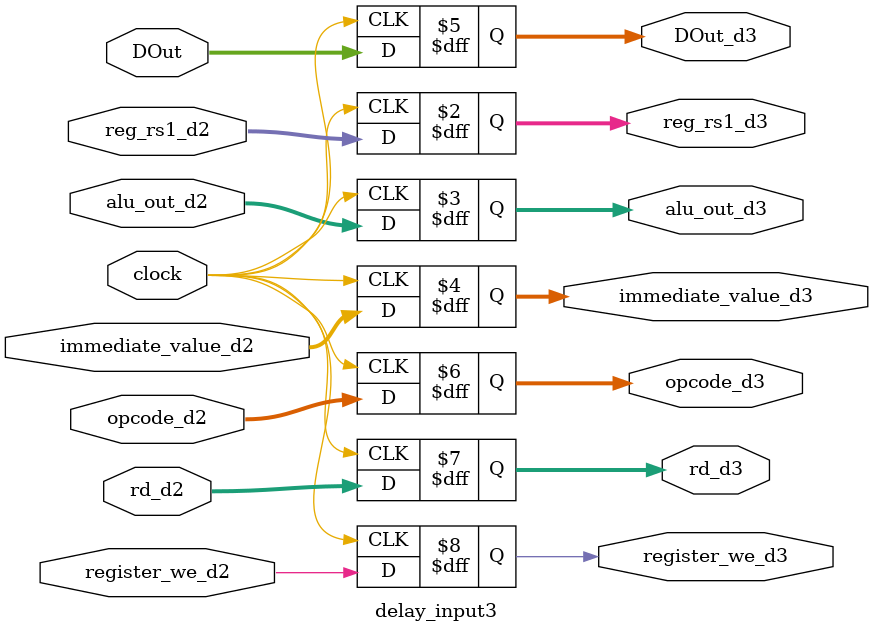
<source format=v>
module delay_input3(clock,reg_rs1_d2,alu_out_d2,immediate_value_d2,opcode_d2,register_we_d2,rd_d2,DOut,reg_rs1_d3,alu_out_d3,immediate_value_d3,opcode_d3,rd_d3,register_we_d3,DOut_d3);

output reg[31:0] reg_rs1_d3,alu_out_d3,immediate_value_d3, DOut_d3;
output reg[5:0] opcode_d3;
output reg[4:0] rd_d3;
output reg register_we_d3;

input [31:0] reg_rs1_d2,alu_out_d2,immediate_value_d2, DOut;
input [5:0] opcode_d2;
input [4:0] rd_d2;
input register_we_d2,clock;

always@(posedge clock)
begin

reg_rs1_d3 <= reg_rs1_d2;
alu_out_d3 <= alu_out_d2;
immediate_value_d3 <= immediate_value_d2;
DOut_d3 <= DOut;
opcode_d3 <= opcode_d2;
rd_d3 <= rd_d2;
register_we_d3 <= register_we_d2;

end
endmodule
</source>
